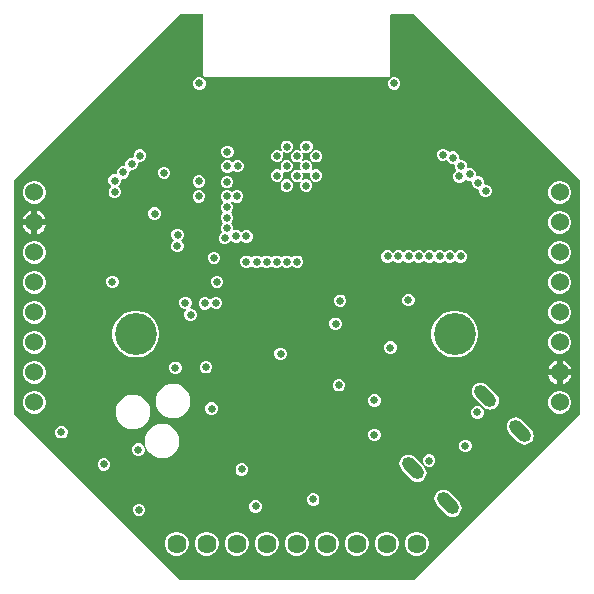
<source format=gbr>
%TF.GenerationSoftware,Altium Limited,Altium Designer,24.10.1 (45)*%
G04 Layer_Physical_Order=3*
G04 Layer_Color=16440176*
%FSLAX45Y45*%
%MOMM*%
%TF.SameCoordinates,EEF0193C-C13F-4000-B0C4-A13F86DA6223*%
%TF.FilePolarity,Positive*%
%TF.FileFunction,Copper,L3,Inr,Signal*%
%TF.Part,Single*%
G01*
G75*
%TA.AperFunction,ComponentPad*%
%ADD40C,1.62001*%
%ADD41C,1.52400*%
%ADD42C,0.64999*%
G04:AMPARAMS|DCode=43|XSize=2.2159mm|YSize=1.10795mm|CornerRadius=0mm|HoleSize=0mm|Usage=FLASHONLY|Rotation=135.000|XOffset=0mm|YOffset=0mm|HoleType=Round|Shape=Round|*
%AMOVALD43*
21,1,1.10795,1.10795,0.00000,0.00000,135.0*
1,1,1.10795,0.39172,-0.39172*
1,1,1.10795,-0.39172,0.39172*
%
%ADD43OVALD43*%

%TA.AperFunction,ViaPad*%
%ADD44C,3.55000*%
%ADD45C,0.66040*%
%ADD46C,0.63500*%
G36*
X4807934Y3404922D02*
Y1421814D01*
X3405665Y19545D01*
X1422557D01*
X20288Y1421814D01*
Y3404922D01*
X1422557Y4807191D01*
X1616207D01*
X1622108Y4800000D01*
Y4295000D01*
X1623660Y4287196D01*
X1628081Y4280581D01*
X1634696Y4276160D01*
X1642500Y4274608D01*
X3182500D01*
X3190303Y4276160D01*
X3196919Y4280581D01*
X3201340Y4287196D01*
X3202892Y4295000D01*
Y4800000D01*
X3208793Y4807191D01*
X3405665D01*
X4807934Y3404922D01*
D02*
G37*
%LPC*%
G36*
X3248046Y4275520D02*
X3226954D01*
X3207467Y4267448D01*
X3192552Y4252533D01*
X3184480Y4233046D01*
Y4211954D01*
X3192552Y4192467D01*
X3207467Y4177552D01*
X3226954Y4169480D01*
X3248046D01*
X3267533Y4177552D01*
X3282448Y4192467D01*
X3290520Y4211954D01*
Y4233046D01*
X3282448Y4252533D01*
X3267533Y4267448D01*
X3248046Y4275520D01*
D02*
G37*
G36*
X1598046D02*
X1576953D01*
X1557467Y4267448D01*
X1542552Y4252533D01*
X1534480Y4233046D01*
Y4211954D01*
X1542552Y4192467D01*
X1557467Y4177552D01*
X1576953Y4169480D01*
X1598046D01*
X1617533Y4177552D01*
X1632448Y4192467D01*
X1640520Y4211954D01*
Y4233046D01*
X1632448Y4252533D01*
X1617533Y4267448D01*
X1598046Y4275520D01*
D02*
G37*
G36*
X2340294Y3739250D02*
X2319706D01*
X2300686Y3731372D01*
X2286128Y3716814D01*
X2278250Y3697794D01*
Y3677206D01*
X2285114Y3660634D01*
X2279289Y3654133D01*
X2276020Y3651700D01*
X2257794Y3659250D01*
X2237206D01*
X2218186Y3651372D01*
X2203628Y3636814D01*
X2195750Y3617794D01*
Y3597206D01*
X2203628Y3578186D01*
X2218186Y3563628D01*
X2237206Y3555750D01*
X2257794D01*
X2276814Y3563628D01*
X2291372Y3578186D01*
X2299250Y3597206D01*
Y3617794D01*
X2292386Y3634366D01*
X2298211Y3640867D01*
X2301480Y3643300D01*
X2319706Y3635750D01*
X2340294D01*
X2359314Y3643628D01*
X2373872Y3658186D01*
X2381750Y3677206D01*
Y3697794D01*
X2373872Y3716814D01*
X2359314Y3731372D01*
X2340294Y3739250D01*
D02*
G37*
G36*
X2505294D02*
X2484706D01*
X2465686Y3731372D01*
X2451128Y3716814D01*
X2443250Y3697794D01*
Y3677206D01*
X2450800Y3658980D01*
X2448367Y3655712D01*
X2441866Y3649886D01*
X2425294Y3656750D01*
X2404706D01*
X2385686Y3648872D01*
X2371128Y3634314D01*
X2363250Y3615294D01*
Y3594706D01*
X2371128Y3575686D01*
X2385686Y3561128D01*
X2404706Y3553250D01*
X2425294D01*
X2441186Y3559833D01*
X2448247Y3549852D01*
X2448556Y3549139D01*
X2440750Y3530294D01*
Y3509706D01*
X2446573Y3495647D01*
X2436853Y3485927D01*
X2422794Y3491750D01*
X2402206D01*
X2383186Y3483872D01*
X2368628Y3469314D01*
X2360750Y3450294D01*
Y3429706D01*
X2368628Y3410686D01*
X2383186Y3396129D01*
X2402206Y3388250D01*
X2422794D01*
X2439366Y3395115D01*
X2445868Y3389288D01*
X2448300Y3386021D01*
X2440750Y3367794D01*
Y3347206D01*
X2448628Y3328186D01*
X2463186Y3313628D01*
X2482206Y3305750D01*
X2502794D01*
X2521814Y3313628D01*
X2536372Y3328186D01*
X2544250Y3347206D01*
Y3367794D01*
X2536372Y3386814D01*
X2521814Y3401372D01*
X2502794Y3409250D01*
X2482206D01*
X2465633Y3402385D01*
X2459132Y3408213D01*
X2456700Y3411479D01*
X2464250Y3429706D01*
Y3450294D01*
X2458426Y3464353D01*
X2468147Y3474074D01*
X2482206Y3468250D01*
X2502794D01*
X2518621Y3474806D01*
X2527995Y3467555D01*
X2528864Y3466349D01*
X2523250Y3452794D01*
Y3432206D01*
X2531128Y3413186D01*
X2545686Y3398628D01*
X2564706Y3390750D01*
X2585294D01*
X2604314Y3398628D01*
X2618872Y3413186D01*
X2626750Y3432206D01*
Y3452794D01*
X2618872Y3471814D01*
X2604314Y3486372D01*
X2585294Y3494250D01*
X2564706D01*
X2548879Y3487694D01*
X2539505Y3494946D01*
X2538636Y3496152D01*
X2544250Y3509706D01*
Y3530294D01*
X2536372Y3549314D01*
X2521814Y3563872D01*
X2502794Y3571750D01*
X2482206D01*
X2466314Y3565167D01*
X2459253Y3575148D01*
X2458944Y3575861D01*
X2466750Y3594706D01*
Y3615294D01*
X2459200Y3633520D01*
X2461633Y3636789D01*
X2468133Y3642615D01*
X2484706Y3635750D01*
X2505294D01*
X2524314Y3643628D01*
X2538871Y3658186D01*
X2546750Y3677206D01*
Y3697794D01*
X2538871Y3716814D01*
X2524314Y3731372D01*
X2505294Y3739250D01*
D02*
G37*
G36*
X1835546Y3695520D02*
X1814454D01*
X1794967Y3687448D01*
X1780052Y3672533D01*
X1771980Y3653046D01*
Y3631954D01*
X1780052Y3612467D01*
X1794967Y3597552D01*
X1814454Y3589480D01*
X1835546D01*
X1855033Y3597552D01*
X1869948Y3612467D01*
X1878020Y3631954D01*
Y3653046D01*
X1869948Y3672533D01*
X1855033Y3687448D01*
X1835546Y3695520D01*
D02*
G37*
G36*
X2587794Y3656750D02*
X2567206D01*
X2548186Y3648872D01*
X2533628Y3634314D01*
X2525750Y3615294D01*
Y3594706D01*
X2533628Y3575686D01*
X2548186Y3561129D01*
X2567206Y3553250D01*
X2587794D01*
X2606814Y3561129D01*
X2621371Y3575686D01*
X2629250Y3594706D01*
Y3615294D01*
X2621371Y3634314D01*
X2606814Y3648872D01*
X2587794Y3656750D01*
D02*
G37*
G36*
X1923046Y3575520D02*
X1901954D01*
X1882467Y3567448D01*
X1867552Y3552533D01*
X1867465Y3552516D01*
X1855033Y3564948D01*
X1835546Y3573020D01*
X1814454D01*
X1794967Y3564948D01*
X1780052Y3550033D01*
X1771980Y3530546D01*
Y3509454D01*
X1780052Y3489967D01*
X1794967Y3475052D01*
X1814454Y3466980D01*
X1835546D01*
X1855033Y3475052D01*
X1869948Y3489967D01*
X1870035Y3489984D01*
X1882467Y3477552D01*
X1901954Y3469480D01*
X1923046D01*
X1942533Y3477552D01*
X1957448Y3492467D01*
X1965520Y3511954D01*
Y3533046D01*
X1957448Y3552533D01*
X1942533Y3567448D01*
X1923046Y3575520D01*
D02*
G37*
G36*
X2337794Y3574250D02*
X2317206D01*
X2298186Y3566372D01*
X2283628Y3551814D01*
X2275750Y3532794D01*
Y3512206D01*
X2281573Y3498147D01*
X2271853Y3488427D01*
X2257794Y3494250D01*
X2237206D01*
X2218186Y3486372D01*
X2203628Y3471814D01*
X2195750Y3452794D01*
Y3432206D01*
X2203628Y3413186D01*
X2218186Y3398628D01*
X2237206Y3390750D01*
X2257794D01*
X2276814Y3398628D01*
X2291372Y3413186D01*
X2299250Y3432206D01*
Y3452794D01*
X2293426Y3466853D01*
X2303147Y3476574D01*
X2317206Y3470750D01*
X2337794D01*
X2356814Y3478629D01*
X2371371Y3493186D01*
X2379250Y3512206D01*
Y3532794D01*
X2371371Y3551814D01*
X2356814Y3566372D01*
X2337794Y3574250D01*
D02*
G37*
G36*
X1300546Y3518020D02*
X1279454D01*
X1259967Y3509948D01*
X1245052Y3495033D01*
X1236980Y3475546D01*
Y3454454D01*
X1245052Y3434967D01*
X1259967Y3420052D01*
X1279454Y3411980D01*
X1300546D01*
X1320033Y3420052D01*
X1334948Y3434967D01*
X1343020Y3454454D01*
Y3475546D01*
X1334948Y3495033D01*
X1320033Y3509948D01*
X1300546Y3518020D01*
D02*
G37*
G36*
X1595546Y3445520D02*
X1574454D01*
X1554967Y3437448D01*
X1540052Y3422533D01*
X1531980Y3403046D01*
Y3381954D01*
X1540052Y3362467D01*
X1554967Y3347552D01*
X1574454Y3339480D01*
X1595546D01*
X1615033Y3347552D01*
X1629948Y3362467D01*
X1638020Y3381954D01*
Y3403046D01*
X1629948Y3422533D01*
X1615033Y3437448D01*
X1595546Y3445520D01*
D02*
G37*
G36*
X1833046Y3440520D02*
X1811954D01*
X1792467Y3432448D01*
X1777552Y3417533D01*
X1769480Y3398046D01*
Y3376954D01*
X1777552Y3357467D01*
X1792467Y3342552D01*
X1811954Y3334480D01*
X1833046D01*
X1852533Y3342552D01*
X1867448Y3357467D01*
X1875520Y3376954D01*
Y3398046D01*
X1867448Y3417533D01*
X1852533Y3432448D01*
X1833046Y3440520D01*
D02*
G37*
G36*
X2337794Y3409250D02*
X2317206D01*
X2298186Y3401372D01*
X2283628Y3386814D01*
X2275750Y3367794D01*
Y3347206D01*
X2283628Y3328186D01*
X2298186Y3313628D01*
X2317206Y3305750D01*
X2337794D01*
X2356814Y3313628D01*
X2371371Y3328186D01*
X2379250Y3347206D01*
Y3367794D01*
X2371371Y3386814D01*
X2356814Y3401372D01*
X2337794Y3409250D01*
D02*
G37*
G36*
X1918046Y3320520D02*
X1896954D01*
X1877467Y3312448D01*
X1865000Y3299981D01*
X1852533Y3312448D01*
X1833046Y3320520D01*
X1811954D01*
X1792467Y3312448D01*
X1777552Y3297533D01*
X1769480Y3278046D01*
Y3256954D01*
X1777552Y3237467D01*
X1785472Y3229547D01*
X1791518Y3221250D01*
X1785472Y3212953D01*
X1777552Y3205033D01*
X1769480Y3185546D01*
Y3164454D01*
X1777552Y3144967D01*
X1784222Y3138297D01*
X1792415Y3130000D01*
X1784222Y3121703D01*
X1777552Y3115033D01*
X1769480Y3095546D01*
Y3074454D01*
X1777552Y3054967D01*
X1784222Y3048297D01*
X1792415Y3040000D01*
X1784222Y3031703D01*
X1777552Y3025033D01*
X1769480Y3005546D01*
Y2984454D01*
X1777552Y2964967D01*
X1776154Y2957940D01*
X1774967Y2957448D01*
X1760052Y2942533D01*
X1751980Y2923046D01*
Y2901954D01*
X1760052Y2882467D01*
X1774967Y2867552D01*
X1794454Y2859480D01*
X1815546D01*
X1835033Y2867552D01*
X1849948Y2882467D01*
X1851308Y2885750D01*
X1866289Y2888730D01*
X1872467Y2882552D01*
X1891954Y2874480D01*
X1913046D01*
X1932533Y2882552D01*
X1945000Y2895019D01*
X1957467Y2882552D01*
X1976954Y2874480D01*
X1998046D01*
X2017533Y2882552D01*
X2032448Y2897467D01*
X2040520Y2916954D01*
Y2938046D01*
X2032448Y2957533D01*
X2017533Y2972448D01*
X1998046Y2980520D01*
X1976954D01*
X1957467Y2972448D01*
X1945000Y2959981D01*
X1932533Y2972448D01*
X1913046Y2980520D01*
X1891954D01*
X1886743Y2978362D01*
X1882623Y2980598D01*
X1875520Y2987460D01*
Y3005546D01*
X1867448Y3025033D01*
X1860778Y3031703D01*
X1852585Y3040000D01*
X1860778Y3048297D01*
X1867448Y3054967D01*
X1875520Y3074454D01*
Y3095546D01*
X1867448Y3115033D01*
X1860778Y3121703D01*
X1852585Y3130000D01*
X1860778Y3138297D01*
X1867448Y3144967D01*
X1875520Y3164454D01*
Y3185546D01*
X1867448Y3205033D01*
X1859528Y3212953D01*
X1859415Y3213109D01*
X1864828Y3227245D01*
X1871380Y3228639D01*
X1877467Y3222552D01*
X1896954Y3214480D01*
X1918046D01*
X1937533Y3222552D01*
X1952448Y3237467D01*
X1960520Y3256954D01*
Y3278046D01*
X1952448Y3297533D01*
X1937533Y3312448D01*
X1918046Y3320520D01*
D02*
G37*
G36*
X3660546Y3670520D02*
X3639454D01*
X3619967Y3662448D01*
X3605052Y3647533D01*
X3596980Y3628046D01*
Y3606954D01*
X3605052Y3587467D01*
X3619967Y3572552D01*
X3639454Y3564480D01*
X3660546D01*
X3675794Y3570796D01*
X3689756Y3565681D01*
X3690052Y3564967D01*
X3704967Y3550052D01*
X3724454Y3541980D01*
X3742592D01*
X3749684Y3535673D01*
X3752638Y3531171D01*
Y3511954D01*
X3760710Y3492467D01*
X3760925Y3492251D01*
X3759452Y3479434D01*
X3745052Y3465033D01*
X3736980Y3445546D01*
Y3424454D01*
X3745052Y3404967D01*
X3759967Y3390052D01*
X3779454Y3381980D01*
X3800546D01*
X3820033Y3390052D01*
X3834948Y3404967D01*
X3835026Y3405154D01*
X3847082Y3407552D01*
X3866569Y3399480D01*
X3884434D01*
X3890142Y3396166D01*
X3895516Y3388987D01*
Y3371954D01*
X3903588Y3352467D01*
X3918503Y3337552D01*
X3937990Y3329480D01*
X3948399D01*
X3959297Y3323153D01*
X3959480Y3317747D01*
Y3301954D01*
X3967552Y3282467D01*
X3982467Y3267552D01*
X4001954Y3259480D01*
X4023046D01*
X4042533Y3267552D01*
X4057448Y3282467D01*
X4065520Y3301954D01*
Y3323046D01*
X4057448Y3342533D01*
X4042533Y3357448D01*
X4023046Y3365520D01*
X4012637D01*
X4001739Y3371847D01*
X4001556Y3377253D01*
Y3393046D01*
X3993484Y3412533D01*
X3978569Y3427448D01*
X3959082Y3435520D01*
X3941216D01*
X3935509Y3438834D01*
X3930135Y3446013D01*
Y3463046D01*
X3922063Y3482533D01*
X3907148Y3497448D01*
X3887661Y3505520D01*
X3869759D01*
X3864090Y3508812D01*
X3858678Y3515998D01*
Y3533046D01*
X3850606Y3552533D01*
X3835691Y3567448D01*
X3816204Y3575520D01*
X3798066D01*
X3790973Y3581827D01*
X3788020Y3586329D01*
Y3605546D01*
X3779948Y3625033D01*
X3765033Y3639948D01*
X3745546Y3648020D01*
X3724454D01*
X3709206Y3641704D01*
X3695244Y3646819D01*
X3694948Y3647533D01*
X3680033Y3662448D01*
X3660546Y3670520D01*
D02*
G37*
G36*
X1095546Y3664056D02*
X1074454D01*
X1054967Y3655984D01*
X1040052Y3641069D01*
X1031980Y3621582D01*
Y3603716D01*
X1028666Y3598009D01*
X1021487Y3592635D01*
X1004454D01*
X984967Y3584563D01*
X970052Y3569648D01*
X961980Y3550161D01*
Y3533066D01*
X955163Y3525401D01*
X950739Y3523020D01*
X931954D01*
X912467Y3514948D01*
X897552Y3500033D01*
X889480Y3480546D01*
Y3463785D01*
X884747Y3456706D01*
X878399Y3453020D01*
X861190D01*
X841703Y3444948D01*
X826789Y3430033D01*
X818717Y3410546D01*
Y3389454D01*
X826789Y3369967D01*
X837590Y3359165D01*
X840673Y3351757D01*
X837900Y3342881D01*
X827552Y3332533D01*
X819480Y3313046D01*
Y3291954D01*
X827552Y3272467D01*
X842467Y3257552D01*
X861954Y3249480D01*
X883046D01*
X902533Y3257552D01*
X917448Y3272467D01*
X925520Y3291954D01*
Y3313046D01*
X917448Y3332533D01*
X906646Y3343335D01*
X903563Y3350743D01*
X906337Y3359619D01*
X916685Y3369967D01*
X924757Y3389454D01*
Y3406215D01*
X929490Y3413294D01*
X935838Y3416980D01*
X953046D01*
X972533Y3425052D01*
X987448Y3439967D01*
X995520Y3459454D01*
Y3476549D01*
X1002337Y3484214D01*
X1006761Y3486595D01*
X1025546D01*
X1045033Y3494667D01*
X1059948Y3509582D01*
X1068020Y3529069D01*
Y3546934D01*
X1071334Y3552642D01*
X1078513Y3558016D01*
X1095546D01*
X1115033Y3566088D01*
X1129948Y3581003D01*
X1138020Y3600490D01*
Y3621582D01*
X1129948Y3641069D01*
X1115033Y3655984D01*
X1095546Y3664056D01*
D02*
G37*
G36*
X1595546Y3320520D02*
X1574454D01*
X1554967Y3312448D01*
X1540052Y3297533D01*
X1531980Y3278046D01*
Y3256954D01*
X1540052Y3237467D01*
X1554967Y3222552D01*
X1574454Y3214480D01*
X1595546D01*
X1615033Y3222552D01*
X1629948Y3237467D01*
X1638020Y3256954D01*
Y3278046D01*
X1629948Y3297533D01*
X1615033Y3312448D01*
X1595546Y3320520D01*
D02*
G37*
G36*
X4652665Y3396700D02*
X4627335D01*
X4602868Y3390144D01*
X4580932Y3377479D01*
X4563021Y3359568D01*
X4550356Y3337632D01*
X4543800Y3313165D01*
Y3287835D01*
X4550356Y3263368D01*
X4563021Y3241432D01*
X4580932Y3223521D01*
X4602868Y3210856D01*
X4627335Y3204300D01*
X4652665D01*
X4677132Y3210856D01*
X4699068Y3223521D01*
X4716979Y3241432D01*
X4729644Y3263368D01*
X4736200Y3287835D01*
Y3313165D01*
X4729644Y3337632D01*
X4716979Y3359568D01*
X4699068Y3377479D01*
X4677132Y3390144D01*
X4652665Y3396700D01*
D02*
G37*
G36*
X202665Y3396200D02*
X177335D01*
X152868Y3389644D01*
X130932Y3376979D01*
X113021Y3359068D01*
X100356Y3337132D01*
X93800Y3312665D01*
Y3287335D01*
X100356Y3262868D01*
X113021Y3240932D01*
X130932Y3223021D01*
X152868Y3210356D01*
X177335Y3203800D01*
X202665D01*
X227132Y3210356D01*
X249068Y3223021D01*
X266979Y3240932D01*
X279644Y3262868D01*
X286200Y3287335D01*
Y3312665D01*
X279644Y3337132D01*
X266979Y3359068D01*
X249068Y3376979D01*
X227132Y3389644D01*
X202665Y3396200D01*
D02*
G37*
G36*
X215400Y3144378D02*
Y3071400D01*
X288378D01*
X284676Y3085216D01*
X271300Y3108384D01*
X252384Y3127300D01*
X229216Y3140676D01*
X215400Y3144378D01*
D02*
G37*
G36*
X164600D02*
X150784Y3140676D01*
X127616Y3127300D01*
X108700Y3108384D01*
X95324Y3085216D01*
X91622Y3071400D01*
X164600D01*
Y3144378D01*
D02*
G37*
G36*
X1220546Y3173020D02*
X1199454D01*
X1179967Y3164948D01*
X1165052Y3150033D01*
X1156980Y3130546D01*
Y3109454D01*
X1165052Y3089967D01*
X1179967Y3075052D01*
X1199454Y3066980D01*
X1220546D01*
X1240033Y3075052D01*
X1254948Y3089967D01*
X1263020Y3109454D01*
Y3130546D01*
X1254948Y3150033D01*
X1240033Y3164948D01*
X1220546Y3173020D01*
D02*
G37*
G36*
X4652665Y3142700D02*
X4627335D01*
X4602868Y3136144D01*
X4580932Y3123479D01*
X4563021Y3105568D01*
X4550356Y3083632D01*
X4543800Y3059165D01*
Y3033835D01*
X4550356Y3009368D01*
X4563021Y2987432D01*
X4580932Y2969521D01*
X4602868Y2956856D01*
X4627335Y2950300D01*
X4652665D01*
X4677132Y2956856D01*
X4699068Y2969521D01*
X4716979Y2987432D01*
X4729644Y3009368D01*
X4736200Y3033835D01*
Y3059165D01*
X4729644Y3083632D01*
X4716979Y3105568D01*
X4699068Y3123479D01*
X4677132Y3136144D01*
X4652665Y3142700D01*
D02*
G37*
G36*
X288378Y3020600D02*
X215400D01*
Y2947622D01*
X229216Y2951324D01*
X252384Y2964700D01*
X271300Y2983616D01*
X284676Y3006784D01*
X288378Y3020600D01*
D02*
G37*
G36*
X164600D02*
X91622D01*
X95324Y3006784D01*
X108700Y2983616D01*
X127616Y2964700D01*
X150784Y2951324D01*
X164600Y2947622D01*
Y3020600D01*
D02*
G37*
G36*
X1415546Y2993020D02*
X1394454D01*
X1374967Y2984948D01*
X1360052Y2970033D01*
X1351980Y2950546D01*
Y2929454D01*
X1360052Y2909967D01*
X1368123Y2901895D01*
X1372061Y2891064D01*
X1367972Y2885453D01*
X1357552Y2875033D01*
X1349480Y2855546D01*
Y2834454D01*
X1357552Y2814967D01*
X1372467Y2800052D01*
X1391954Y2791980D01*
X1413046D01*
X1432533Y2800052D01*
X1447448Y2814967D01*
X1455520Y2834454D01*
Y2855546D01*
X1447448Y2875033D01*
X1439377Y2883104D01*
X1435439Y2893936D01*
X1439528Y2899547D01*
X1449948Y2909967D01*
X1458020Y2929454D01*
Y2950546D01*
X1449948Y2970033D01*
X1435033Y2984948D01*
X1415546Y2993020D01*
D02*
G37*
G36*
X3810546Y2810520D02*
X3789454D01*
X3769967Y2802448D01*
X3763297Y2795778D01*
X3755000Y2787585D01*
X3746703Y2795778D01*
X3740033Y2802448D01*
X3720546Y2810520D01*
X3699454D01*
X3679967Y2802448D01*
X3666250Y2788731D01*
X3652533Y2802448D01*
X3633046Y2810520D01*
X3611953D01*
X3592467Y2802448D01*
X3578750Y2788731D01*
X3565033Y2802448D01*
X3545546Y2810520D01*
X3524453D01*
X3504967Y2802448D01*
X3491250Y2788731D01*
X3477533Y2802448D01*
X3458046Y2810520D01*
X3436954D01*
X3417467Y2802448D01*
X3403750Y2788731D01*
X3390033Y2802448D01*
X3370546Y2810520D01*
X3349454D01*
X3329967Y2802448D01*
X3316250Y2788731D01*
X3302533Y2802448D01*
X3283046Y2810520D01*
X3261954D01*
X3242467Y2802448D01*
X3235797Y2795778D01*
X3227500Y2787585D01*
X3219203Y2795778D01*
X3212533Y2802448D01*
X3193046Y2810520D01*
X3171954D01*
X3152467Y2802448D01*
X3137552Y2787533D01*
X3129480Y2768046D01*
Y2746954D01*
X3137552Y2727467D01*
X3152467Y2712552D01*
X3171954Y2704480D01*
X3193046D01*
X3212533Y2712552D01*
X3219203Y2719222D01*
X3227500Y2727415D01*
X3235797Y2719222D01*
X3242467Y2712552D01*
X3261954Y2704480D01*
X3283046D01*
X3302533Y2712552D01*
X3316250Y2726269D01*
X3329967Y2712552D01*
X3349454Y2704480D01*
X3370546D01*
X3390033Y2712552D01*
X3403750Y2726269D01*
X3417467Y2712552D01*
X3436954Y2704480D01*
X3458046D01*
X3477533Y2712552D01*
X3491250Y2726269D01*
X3504967Y2712552D01*
X3524453Y2704480D01*
X3545546D01*
X3565033Y2712552D01*
X3578750Y2726269D01*
X3592467Y2712552D01*
X3611953Y2704480D01*
X3633046D01*
X3652533Y2712552D01*
X3666250Y2726269D01*
X3679967Y2712552D01*
X3699454Y2704480D01*
X3720546D01*
X3740033Y2712552D01*
X3746703Y2719222D01*
X3755000Y2727415D01*
X3763297Y2719222D01*
X3769967Y2712552D01*
X3789454Y2704480D01*
X3810546D01*
X3830033Y2712552D01*
X3844948Y2727467D01*
X3853020Y2746954D01*
Y2768046D01*
X3844948Y2787533D01*
X3830033Y2802448D01*
X3810546Y2810520D01*
D02*
G37*
G36*
X2425546Y2765520D02*
X2404454D01*
X2384967Y2757448D01*
X2372500Y2744981D01*
X2360033Y2757448D01*
X2340546Y2765520D01*
X2319454D01*
X2299967Y2757448D01*
X2286250Y2743731D01*
X2272533Y2757448D01*
X2253046Y2765520D01*
X2231954D01*
X2212467Y2757448D01*
X2200000Y2744981D01*
X2187533Y2757448D01*
X2168046Y2765520D01*
X2146954D01*
X2127467Y2757448D01*
X2115000Y2744982D01*
X2102533Y2757448D01*
X2083046Y2765520D01*
X2061954D01*
X2042467Y2757448D01*
X2030000Y2744981D01*
X2017533Y2757448D01*
X1998046Y2765520D01*
X1976954D01*
X1957467Y2757448D01*
X1942552Y2742533D01*
X1934480Y2723046D01*
Y2701954D01*
X1942552Y2682467D01*
X1957467Y2667552D01*
X1976954Y2659480D01*
X1998046D01*
X2017533Y2667552D01*
X2030000Y2680019D01*
X2042467Y2667552D01*
X2061954Y2659480D01*
X2083046D01*
X2102533Y2667552D01*
X2115000Y2680019D01*
X2127467Y2667552D01*
X2146954Y2659480D01*
X2168046D01*
X2187533Y2667552D01*
X2200000Y2680019D01*
X2212467Y2667552D01*
X2231954Y2659480D01*
X2253046D01*
X2272533Y2667552D01*
X2286250Y2681269D01*
X2299967Y2667552D01*
X2319454Y2659480D01*
X2340546D01*
X2360033Y2667552D01*
X2372500Y2680019D01*
X2384967Y2667552D01*
X2404454Y2659480D01*
X2425546D01*
X2445033Y2667552D01*
X2459948Y2682467D01*
X2468020Y2701954D01*
Y2723046D01*
X2459948Y2742533D01*
X2445033Y2757448D01*
X2425546Y2765520D01*
D02*
G37*
G36*
X4652665Y2888700D02*
X4627335D01*
X4602868Y2882144D01*
X4580932Y2869479D01*
X4563021Y2851568D01*
X4550356Y2829632D01*
X4543800Y2805165D01*
Y2779835D01*
X4550356Y2755368D01*
X4563021Y2733432D01*
X4580932Y2715521D01*
X4602868Y2702856D01*
X4627335Y2696300D01*
X4652665D01*
X4677132Y2702856D01*
X4699068Y2715521D01*
X4716979Y2733432D01*
X4729644Y2755368D01*
X4736200Y2779835D01*
Y2805165D01*
X4729644Y2829632D01*
X4716979Y2851568D01*
X4699068Y2869479D01*
X4677132Y2882144D01*
X4652665Y2888700D01*
D02*
G37*
G36*
X202665Y2888200D02*
X177335D01*
X152868Y2881644D01*
X130932Y2868979D01*
X113021Y2851068D01*
X100356Y2829132D01*
X93800Y2804665D01*
Y2779335D01*
X100356Y2754868D01*
X113021Y2732932D01*
X130932Y2715021D01*
X152868Y2702356D01*
X177335Y2695800D01*
X202665D01*
X227132Y2702356D01*
X249068Y2715021D01*
X266979Y2732932D01*
X279644Y2754868D01*
X286200Y2779335D01*
Y2804665D01*
X279644Y2829132D01*
X266979Y2851068D01*
X249068Y2868979D01*
X227132Y2881644D01*
X202665Y2888200D01*
D02*
G37*
G36*
X1723046Y2798020D02*
X1701954D01*
X1682467Y2789948D01*
X1667552Y2775033D01*
X1659480Y2755546D01*
Y2734454D01*
X1667552Y2714967D01*
X1682467Y2700052D01*
X1701954Y2691980D01*
X1723046D01*
X1742533Y2700052D01*
X1757448Y2714967D01*
X1765520Y2734454D01*
Y2755546D01*
X1757448Y2775033D01*
X1742533Y2789948D01*
X1723046Y2798020D01*
D02*
G37*
G36*
X1748046Y2595520D02*
X1726954D01*
X1707467Y2587448D01*
X1692552Y2572533D01*
X1684480Y2553046D01*
Y2531954D01*
X1692552Y2512467D01*
X1707467Y2497552D01*
X1726954Y2489480D01*
X1748046D01*
X1767533Y2497552D01*
X1782448Y2512467D01*
X1790520Y2531954D01*
Y2553046D01*
X1782448Y2572533D01*
X1767533Y2587448D01*
X1748046Y2595520D01*
D02*
G37*
G36*
X863046D02*
X841954D01*
X822467Y2587448D01*
X807552Y2572533D01*
X799480Y2553046D01*
Y2531954D01*
X807552Y2512467D01*
X822467Y2497552D01*
X841954Y2489480D01*
X863046D01*
X882533Y2497552D01*
X897448Y2512467D01*
X905520Y2531954D01*
Y2553046D01*
X897448Y2572533D01*
X882533Y2587448D01*
X863046Y2595520D01*
D02*
G37*
G36*
X4652665Y2634700D02*
X4627335D01*
X4602868Y2628144D01*
X4580932Y2615479D01*
X4563021Y2597568D01*
X4550356Y2575632D01*
X4543800Y2551165D01*
Y2525835D01*
X4550356Y2501368D01*
X4563021Y2479432D01*
X4580932Y2461521D01*
X4602868Y2448856D01*
X4627335Y2442300D01*
X4652665D01*
X4677132Y2448856D01*
X4699068Y2461521D01*
X4716979Y2479432D01*
X4729644Y2501368D01*
X4736200Y2525835D01*
Y2551165D01*
X4729644Y2575632D01*
X4716979Y2597568D01*
X4699068Y2615479D01*
X4677132Y2628144D01*
X4652665Y2634700D01*
D02*
G37*
G36*
X202665Y2634200D02*
X177335D01*
X152868Y2627644D01*
X130932Y2614979D01*
X113021Y2597068D01*
X100356Y2575132D01*
X93800Y2550665D01*
Y2525335D01*
X100356Y2500868D01*
X113021Y2478932D01*
X130932Y2461021D01*
X152868Y2448356D01*
X177335Y2441800D01*
X202665D01*
X227132Y2448356D01*
X249068Y2461021D01*
X266979Y2478932D01*
X279644Y2500868D01*
X286200Y2525335D01*
Y2550665D01*
X279644Y2575132D01*
X266979Y2597068D01*
X249068Y2614979D01*
X227132Y2627644D01*
X202665Y2634200D01*
D02*
G37*
G36*
X1740546Y2418020D02*
X1719454D01*
X1699967Y2409948D01*
X1688297Y2398278D01*
X1685018Y2395040D01*
X1672372Y2397609D01*
X1665033Y2404948D01*
X1645546Y2413020D01*
X1624453D01*
X1604967Y2404948D01*
X1590052Y2390033D01*
X1581980Y2370546D01*
Y2349454D01*
X1590052Y2329967D01*
X1604967Y2315052D01*
X1624453Y2306980D01*
X1645546D01*
X1665033Y2315052D01*
X1676703Y2326722D01*
X1679982Y2329960D01*
X1692628Y2327391D01*
X1699967Y2320052D01*
X1719454Y2311980D01*
X1740546D01*
X1760033Y2320052D01*
X1774948Y2334967D01*
X1783020Y2354454D01*
Y2375546D01*
X1774948Y2395033D01*
X1760033Y2409948D01*
X1740546Y2418020D01*
D02*
G37*
G36*
X3368046Y2440520D02*
X3346954D01*
X3327467Y2432448D01*
X3312552Y2417533D01*
X3304480Y2398046D01*
Y2376954D01*
X3312552Y2357467D01*
X3327467Y2342552D01*
X3346954Y2334480D01*
X3368046D01*
X3387533Y2342552D01*
X3402448Y2357467D01*
X3410520Y2376954D01*
Y2398046D01*
X3402448Y2417533D01*
X3387533Y2432448D01*
X3368046Y2440520D01*
D02*
G37*
G36*
X2790546Y2435520D02*
X2769454D01*
X2749967Y2427448D01*
X2735052Y2412533D01*
X2726980Y2393046D01*
Y2371954D01*
X2735052Y2352467D01*
X2749967Y2337552D01*
X2769454Y2329480D01*
X2790546D01*
X2810033Y2337552D01*
X2824948Y2352467D01*
X2833020Y2371954D01*
Y2393046D01*
X2824948Y2412533D01*
X2810033Y2427448D01*
X2790546Y2435520D01*
D02*
G37*
G36*
X1480546Y2418020D02*
X1459454D01*
X1439967Y2409948D01*
X1425052Y2395033D01*
X1416980Y2375546D01*
Y2354454D01*
X1425052Y2334967D01*
X1439967Y2320052D01*
X1459454Y2311980D01*
X1471538D01*
X1476799Y2299280D01*
X1470052Y2292533D01*
X1461980Y2273046D01*
Y2251954D01*
X1470052Y2232467D01*
X1484967Y2217552D01*
X1504454Y2209480D01*
X1525546D01*
X1545033Y2217552D01*
X1559948Y2232467D01*
X1568020Y2251954D01*
Y2273046D01*
X1559948Y2292533D01*
X1545033Y2307448D01*
X1525546Y2315520D01*
X1513462D01*
X1508201Y2328220D01*
X1514948Y2334967D01*
X1523020Y2354454D01*
Y2375546D01*
X1514948Y2395033D01*
X1500033Y2409948D01*
X1480546Y2418020D01*
D02*
G37*
G36*
X4652665Y2380700D02*
X4627335D01*
X4602868Y2374144D01*
X4580932Y2361479D01*
X4563021Y2343568D01*
X4550356Y2321632D01*
X4543800Y2297165D01*
Y2271835D01*
X4550356Y2247368D01*
X4563021Y2225432D01*
X4580932Y2207521D01*
X4602868Y2194856D01*
X4627335Y2188300D01*
X4652665D01*
X4677132Y2194856D01*
X4699068Y2207521D01*
X4716979Y2225432D01*
X4729644Y2247368D01*
X4736200Y2271835D01*
Y2297165D01*
X4729644Y2321632D01*
X4716979Y2343568D01*
X4699068Y2361479D01*
X4677132Y2374144D01*
X4652665Y2380700D01*
D02*
G37*
G36*
X202665Y2380200D02*
X177335D01*
X152868Y2373644D01*
X130932Y2360979D01*
X113021Y2343068D01*
X100356Y2321132D01*
X93800Y2296665D01*
Y2271335D01*
X100356Y2246868D01*
X113021Y2224932D01*
X130932Y2207021D01*
X152868Y2194356D01*
X177335Y2187800D01*
X202665D01*
X227132Y2194356D01*
X249068Y2207021D01*
X266979Y2224932D01*
X279644Y2246868D01*
X286200Y2271335D01*
Y2296665D01*
X279644Y2321132D01*
X266979Y2343068D01*
X249068Y2360979D01*
X227132Y2373644D01*
X202665Y2380200D01*
D02*
G37*
G36*
X2753046Y2240520D02*
X2731954D01*
X2712467Y2232448D01*
X2697552Y2217533D01*
X2689480Y2198046D01*
Y2176954D01*
X2697552Y2157467D01*
X2712467Y2142552D01*
X2731954Y2134480D01*
X2753046D01*
X2772533Y2142552D01*
X2787448Y2157467D01*
X2795520Y2176954D01*
Y2198046D01*
X2787448Y2217533D01*
X2772533Y2232448D01*
X2753046Y2240520D01*
D02*
G37*
G36*
X4652665Y2126700D02*
X4627335D01*
X4602868Y2120144D01*
X4580932Y2107479D01*
X4563021Y2089568D01*
X4550356Y2067632D01*
X4543800Y2043165D01*
Y2017835D01*
X4550356Y1993368D01*
X4563021Y1971432D01*
X4580932Y1953521D01*
X4602868Y1940856D01*
X4627335Y1934300D01*
X4652665D01*
X4677132Y1940856D01*
X4699068Y1953521D01*
X4716979Y1971432D01*
X4729644Y1993368D01*
X4736200Y2017835D01*
Y2043165D01*
X4729644Y2067632D01*
X4716979Y2089568D01*
X4699068Y2107479D01*
X4677132Y2120144D01*
X4652665Y2126700D01*
D02*
G37*
G36*
X202665Y2126200D02*
X177335D01*
X152868Y2119644D01*
X130932Y2106979D01*
X113021Y2089068D01*
X100356Y2067132D01*
X93800Y2042665D01*
Y2017335D01*
X100356Y1992868D01*
X113021Y1970932D01*
X130932Y1953021D01*
X152868Y1940356D01*
X177335Y1933800D01*
X202665D01*
X227132Y1940356D01*
X249068Y1953021D01*
X266979Y1970932D01*
X279644Y1992868D01*
X286200Y2017335D01*
Y2042665D01*
X279644Y2067132D01*
X266979Y2089068D01*
X249068Y2106979D01*
X227132Y2119644D01*
X202665Y2126200D01*
D02*
G37*
G36*
X3215547Y2038020D02*
X3194454D01*
X3174967Y2029948D01*
X3160052Y2015033D01*
X3151980Y1995546D01*
Y1974454D01*
X3160052Y1954967D01*
X3174967Y1940052D01*
X3194454Y1931980D01*
X3215547D01*
X3235033Y1940052D01*
X3249948Y1954967D01*
X3258020Y1974454D01*
Y1995546D01*
X3249948Y2015033D01*
X3235033Y2029948D01*
X3215547Y2038020D01*
D02*
G37*
G36*
X3769452Y2297500D02*
X3730548D01*
X3692391Y2289910D01*
X3656449Y2275022D01*
X3624101Y2253408D01*
X3596592Y2225899D01*
X3574978Y2193551D01*
X3560090Y2157609D01*
X3552500Y2119452D01*
Y2080548D01*
X3560090Y2042391D01*
X3574978Y2006449D01*
X3596592Y1974101D01*
X3624101Y1946592D01*
X3656449Y1924978D01*
X3692391Y1910090D01*
X3730548Y1902500D01*
X3769452D01*
X3807609Y1910090D01*
X3843551Y1924978D01*
X3875899Y1946592D01*
X3903408Y1974101D01*
X3925022Y2006449D01*
X3939910Y2042391D01*
X3947500Y2080548D01*
Y2119452D01*
X3939910Y2157609D01*
X3925022Y2193551D01*
X3903408Y2225899D01*
X3875899Y2253408D01*
X3843551Y2275022D01*
X3807609Y2289910D01*
X3769452Y2297500D01*
D02*
G37*
G36*
X1069452D02*
X1030548D01*
X992391Y2289910D01*
X956449Y2275022D01*
X924101Y2253408D01*
X896592Y2225899D01*
X874978Y2193551D01*
X860090Y2157609D01*
X852500Y2119452D01*
Y2080548D01*
X860090Y2042391D01*
X874978Y2006449D01*
X896592Y1974101D01*
X924101Y1946592D01*
X956449Y1924978D01*
X992391Y1910090D01*
X1030548Y1902500D01*
X1069452D01*
X1107609Y1910090D01*
X1143551Y1924978D01*
X1175899Y1946592D01*
X1203408Y1974101D01*
X1225022Y2006449D01*
X1239910Y2042391D01*
X1247500Y2080548D01*
Y2119452D01*
X1239910Y2157609D01*
X1225022Y2193551D01*
X1203408Y2225899D01*
X1175899Y2253408D01*
X1143551Y2275022D01*
X1107609Y2289910D01*
X1069452Y2297500D01*
D02*
G37*
G36*
X2288046Y1985520D02*
X2266954D01*
X2247467Y1977448D01*
X2232552Y1962534D01*
X2224480Y1943047D01*
Y1921954D01*
X2232552Y1902467D01*
X2247467Y1887552D01*
X2266954Y1879480D01*
X2288046D01*
X2307533Y1887552D01*
X2322448Y1902467D01*
X2330520Y1921954D01*
Y1943047D01*
X2322448Y1962534D01*
X2307533Y1977448D01*
X2288046Y1985520D01*
D02*
G37*
G36*
X4665400Y1874878D02*
Y1801900D01*
X4738378D01*
X4734676Y1815716D01*
X4721300Y1838884D01*
X4702384Y1857800D01*
X4679216Y1871176D01*
X4665400Y1874878D01*
D02*
G37*
G36*
X4614600Y1874878D02*
X4600784Y1871176D01*
X4577616Y1857800D01*
X4558700Y1838884D01*
X4545324Y1815716D01*
X4541622Y1801900D01*
X4614600D01*
Y1874878D01*
D02*
G37*
G36*
X1655546Y1873020D02*
X1634454D01*
X1614967Y1864948D01*
X1600052Y1850033D01*
X1591980Y1830546D01*
Y1809454D01*
X1600052Y1789967D01*
X1614967Y1775052D01*
X1634454Y1766980D01*
X1655546D01*
X1675033Y1775052D01*
X1689948Y1789967D01*
X1698020Y1809454D01*
Y1830546D01*
X1689948Y1850033D01*
X1675033Y1864948D01*
X1655546Y1873020D01*
D02*
G37*
G36*
X1395546Y1868020D02*
X1374454D01*
X1354967Y1859948D01*
X1340052Y1845033D01*
X1331980Y1825546D01*
Y1804454D01*
X1340052Y1784967D01*
X1354967Y1770052D01*
X1374454Y1761980D01*
X1395546D01*
X1415033Y1770052D01*
X1429948Y1784967D01*
X1438020Y1804454D01*
Y1825546D01*
X1429948Y1845033D01*
X1415033Y1859948D01*
X1395546Y1868020D01*
D02*
G37*
G36*
X202665Y1872200D02*
X177335D01*
X152868Y1865644D01*
X130932Y1852979D01*
X113021Y1835068D01*
X100356Y1813132D01*
X93800Y1788665D01*
Y1763335D01*
X100356Y1738868D01*
X113021Y1716932D01*
X130932Y1699021D01*
X152868Y1686356D01*
X177335Y1679800D01*
X202665D01*
X227132Y1686356D01*
X249068Y1699021D01*
X266979Y1716932D01*
X279644Y1738868D01*
X286200Y1763335D01*
Y1788665D01*
X279644Y1813132D01*
X266979Y1835068D01*
X249068Y1852979D01*
X227132Y1865644D01*
X202665Y1872200D01*
D02*
G37*
G36*
X4614600Y1751100D02*
X4541622D01*
X4545324Y1737284D01*
X4558700Y1714116D01*
X4577616Y1695200D01*
X4600784Y1681824D01*
X4614600Y1678122D01*
Y1751100D01*
D02*
G37*
G36*
X4738378D02*
X4665400D01*
Y1678122D01*
X4679216Y1681824D01*
X4702384Y1695200D01*
X4721300Y1714116D01*
X4734676Y1737284D01*
X4738378Y1751100D01*
D02*
G37*
G36*
X2780546Y1720520D02*
X2759454D01*
X2739967Y1712448D01*
X2725052Y1697533D01*
X2716980Y1678046D01*
Y1656954D01*
X2725052Y1637467D01*
X2739967Y1622552D01*
X2759454Y1614480D01*
X2780546D01*
X2800033Y1622552D01*
X2814948Y1637467D01*
X2823020Y1656954D01*
Y1678046D01*
X2814948Y1697533D01*
X2800033Y1712448D01*
X2780546Y1720520D01*
D02*
G37*
G36*
X3080546Y1593020D02*
X3059454D01*
X3039967Y1584948D01*
X3025052Y1570033D01*
X3016980Y1550546D01*
Y1529454D01*
X3025052Y1509967D01*
X3039967Y1495052D01*
X3059454Y1486980D01*
X3080546D01*
X3100033Y1495052D01*
X3114948Y1509967D01*
X3123020Y1529454D01*
Y1550546D01*
X3114948Y1570033D01*
X3100033Y1584948D01*
X3080546Y1593020D01*
D02*
G37*
G36*
X3969636Y1690203D02*
X3949954Y1687612D01*
X3931613Y1680014D01*
X3915863Y1667929D01*
X3903777Y1652179D01*
X3896180Y1633837D01*
X3893589Y1614155D01*
X3896180Y1594472D01*
X3903777Y1576131D01*
X3915863Y1560381D01*
X3994206Y1482037D01*
X4009956Y1469952D01*
X4028298Y1462355D01*
X4047980Y1459764D01*
X4067663Y1462354D01*
X4086004Y1469952D01*
X4101754Y1482037D01*
X4113840Y1497787D01*
X4121437Y1516129D01*
X4124028Y1535811D01*
X4121437Y1555494D01*
X4113840Y1573835D01*
X4101754Y1589585D01*
X4023410Y1667929D01*
X4007660Y1680014D01*
X3989319Y1687612D01*
X3969636Y1690203D01*
D02*
G37*
G36*
X4652665Y1618700D02*
X4627335D01*
X4602868Y1612144D01*
X4580932Y1599479D01*
X4563021Y1581568D01*
X4550356Y1559632D01*
X4543800Y1535165D01*
Y1509835D01*
X4550356Y1485368D01*
X4563021Y1463432D01*
X4580932Y1445521D01*
X4602868Y1432856D01*
X4627335Y1426300D01*
X4652665D01*
X4677132Y1432856D01*
X4699068Y1445521D01*
X4716979Y1463432D01*
X4729644Y1485368D01*
X4736200Y1509835D01*
Y1535165D01*
X4729644Y1559632D01*
X4716979Y1581568D01*
X4699068Y1599479D01*
X4677132Y1612144D01*
X4652665Y1618700D01*
D02*
G37*
G36*
X202665Y1618200D02*
X177335D01*
X152868Y1611644D01*
X130932Y1598979D01*
X113021Y1581068D01*
X100356Y1559132D01*
X93800Y1534665D01*
Y1509335D01*
X100356Y1484869D01*
X113021Y1462932D01*
X130932Y1445021D01*
X152868Y1432356D01*
X177335Y1425800D01*
X202665D01*
X227132Y1432356D01*
X249068Y1445021D01*
X266979Y1462932D01*
X279644Y1484869D01*
X286200Y1509335D01*
Y1534665D01*
X279644Y1559132D01*
X266979Y1581068D01*
X249068Y1598979D01*
X227132Y1611644D01*
X202665Y1618200D01*
D02*
G37*
G36*
X1703046Y1523020D02*
X1681954D01*
X1662467Y1514948D01*
X1647552Y1500033D01*
X1639480Y1480546D01*
Y1459454D01*
X1647552Y1439967D01*
X1662467Y1425052D01*
X1681954Y1416980D01*
X1703046D01*
X1722533Y1425052D01*
X1737448Y1439967D01*
X1745520Y1459454D01*
Y1480546D01*
X1737448Y1500033D01*
X1722533Y1514948D01*
X1703046Y1523020D01*
D02*
G37*
G36*
X1365555Y1679661D02*
X1327702Y1674678D01*
X1292429Y1660068D01*
X1262139Y1636826D01*
X1238897Y1606536D01*
X1224287Y1571263D01*
X1219304Y1533410D01*
X1224287Y1495558D01*
X1238897Y1460285D01*
X1262139Y1429995D01*
X1292429Y1406753D01*
X1327702Y1392143D01*
X1365555Y1387160D01*
X1403407Y1392143D01*
X1438680Y1406753D01*
X1468970Y1429995D01*
X1492212Y1460285D01*
X1506822Y1495558D01*
X1511805Y1533410D01*
X1506822Y1571263D01*
X1492212Y1606536D01*
X1468970Y1636826D01*
X1438680Y1660068D01*
X1403407Y1674678D01*
X1365555Y1679661D01*
D02*
G37*
G36*
X3952132Y1490243D02*
X3931246D01*
X3911951Y1482251D01*
X3897182Y1467482D01*
X3889190Y1448187D01*
Y1427301D01*
X3897182Y1408005D01*
X3911951Y1393237D01*
X3931246Y1385245D01*
X3952132D01*
X3971428Y1393237D01*
X3986196Y1408005D01*
X3994188Y1427301D01*
Y1448187D01*
X3986196Y1467482D01*
X3971428Y1482251D01*
X3952132Y1490243D01*
D02*
G37*
G36*
X1026143Y1587737D02*
X988290Y1582754D01*
X953018Y1568144D01*
X922728Y1544902D01*
X899486Y1514612D01*
X884876Y1479339D01*
X879892Y1441487D01*
X884876Y1403634D01*
X899486Y1368361D01*
X922728Y1338071D01*
X953018Y1314829D01*
X988290Y1300219D01*
X1026143Y1295236D01*
X1063996Y1300219D01*
X1099268Y1314829D01*
X1129558Y1338071D01*
X1152800Y1368361D01*
X1167410Y1403634D01*
X1172394Y1441487D01*
X1167410Y1479339D01*
X1152800Y1514612D01*
X1129558Y1544902D01*
X1099268Y1568144D01*
X1063996Y1582754D01*
X1026143Y1587737D01*
D02*
G37*
G36*
X430546Y1322751D02*
X409454D01*
X389967Y1314679D01*
X375052Y1299764D01*
X366980Y1280277D01*
Y1259185D01*
X375052Y1239698D01*
X389967Y1224783D01*
X409454Y1216711D01*
X430546D01*
X450033Y1224783D01*
X464948Y1239698D01*
X473020Y1259185D01*
Y1280277D01*
X464948Y1299764D01*
X450033Y1314679D01*
X430546Y1322751D01*
D02*
G37*
G36*
X3080546Y1300520D02*
X3059454D01*
X3039967Y1292448D01*
X3025052Y1277533D01*
X3016980Y1258047D01*
Y1236954D01*
X3025052Y1217467D01*
X3039967Y1202552D01*
X3059454Y1194480D01*
X3080546D01*
X3100033Y1202552D01*
X3114948Y1217467D01*
X3123020Y1236954D01*
Y1258047D01*
X3114948Y1277533D01*
X3100033Y1292448D01*
X3080546Y1300520D01*
D02*
G37*
G36*
X4265212Y1394626D02*
X4245530Y1392036D01*
X4227189Y1384438D01*
X4211439Y1372353D01*
X4199353Y1356603D01*
X4191756Y1338261D01*
X4189165Y1318579D01*
X4191756Y1298896D01*
X4199353Y1280555D01*
X4211439Y1264805D01*
X4289782Y1186461D01*
X4305532Y1174376D01*
X4323874Y1166778D01*
X4343556Y1164187D01*
X4363239Y1166778D01*
X4381580Y1174376D01*
X4397330Y1186461D01*
X4409416Y1202211D01*
X4417013Y1220553D01*
X4419604Y1240235D01*
X4417013Y1259917D01*
X4409416Y1278259D01*
X4397330Y1294009D01*
X4318986Y1372353D01*
X4303236Y1384438D01*
X4284895Y1392036D01*
X4265212Y1394626D01*
D02*
G37*
G36*
X3850546Y1205520D02*
X3829454D01*
X3809967Y1197448D01*
X3795052Y1182533D01*
X3786980Y1163046D01*
Y1141954D01*
X3795052Y1122467D01*
X3809967Y1107552D01*
X3829454Y1099480D01*
X3850546D01*
X3870033Y1107552D01*
X3884948Y1122467D01*
X3893020Y1141954D01*
Y1163046D01*
X3884948Y1182533D01*
X3870033Y1197448D01*
X3850546Y1205520D01*
D02*
G37*
G36*
X1083046Y1174098D02*
X1061954D01*
X1042467Y1166027D01*
X1027552Y1151112D01*
X1019480Y1131625D01*
Y1110532D01*
X1027552Y1091045D01*
X1042467Y1076130D01*
X1061954Y1068059D01*
X1083046D01*
X1102533Y1076130D01*
X1117448Y1091045D01*
X1125520Y1110532D01*
Y1131625D01*
X1117448Y1151112D01*
X1102533Y1166027D01*
X1083046Y1174098D01*
D02*
G37*
G36*
X1273630Y1340250D02*
X1235778Y1335267D01*
X1200505Y1320656D01*
X1170215Y1297414D01*
X1146973Y1267125D01*
X1132363Y1231852D01*
X1127380Y1193999D01*
X1132363Y1156147D01*
X1146973Y1120874D01*
X1170215Y1090584D01*
X1200505Y1067342D01*
X1235778Y1052732D01*
X1273630Y1047748D01*
X1311483Y1052732D01*
X1346756Y1067342D01*
X1377046Y1090584D01*
X1400288Y1120874D01*
X1414898Y1156147D01*
X1419881Y1193999D01*
X1414898Y1231852D01*
X1400288Y1267125D01*
X1377046Y1297414D01*
X1346756Y1320656D01*
X1311483Y1335267D01*
X1273630Y1340250D01*
D02*
G37*
G36*
X3543778Y1081889D02*
X3522892D01*
X3503596Y1073896D01*
X3488828Y1059128D01*
X3480836Y1039832D01*
Y1018947D01*
X3488828Y999651D01*
X3503596Y984883D01*
X3522892Y976891D01*
X3543778D01*
X3563074Y984883D01*
X3577842Y999651D01*
X3585834Y1018947D01*
Y1039832D01*
X3577842Y1059128D01*
X3563074Y1073896D01*
X3543778Y1081889D01*
D02*
G37*
G36*
X790546Y1050520D02*
X769453D01*
X749966Y1042448D01*
X735052Y1027533D01*
X726980Y1008046D01*
Y986954D01*
X735052Y967467D01*
X749966Y952552D01*
X769453Y944480D01*
X790546D01*
X810033Y952552D01*
X824948Y967467D01*
X833020Y986954D01*
Y1008046D01*
X824948Y1027533D01*
X810033Y1042448D01*
X790546Y1050520D01*
D02*
G37*
G36*
X1958046Y1008020D02*
X1936954D01*
X1917467Y999948D01*
X1902552Y985033D01*
X1894480Y965546D01*
Y944454D01*
X1902552Y924967D01*
X1917467Y910052D01*
X1936954Y901980D01*
X1958046D01*
X1977533Y910052D01*
X1992448Y924967D01*
X2000520Y944454D01*
Y965546D01*
X1992448Y985033D01*
X1977533Y999948D01*
X1958046Y1008020D01*
D02*
G37*
G36*
X3358692Y1079258D02*
X3339009Y1076667D01*
X3320668Y1069069D01*
X3304918Y1056984D01*
X3292832Y1041234D01*
X3285235Y1022893D01*
X3282644Y1003210D01*
X3285235Y983528D01*
X3292832Y965186D01*
X3304918Y949436D01*
X3383261Y871092D01*
X3399011Y859007D01*
X3417353Y851410D01*
X3437035Y848819D01*
X3456718Y851410D01*
X3475059Y859007D01*
X3490809Y871092D01*
X3502895Y886843D01*
X3510492Y905184D01*
X3513083Y924866D01*
X3510492Y944549D01*
X3502895Y962890D01*
X3490809Y978640D01*
X3412465Y1056984D01*
X3396715Y1069069D01*
X3378374Y1076667D01*
X3358692Y1079258D01*
D02*
G37*
G36*
X2563046Y753020D02*
X2541954D01*
X2522467Y744948D01*
X2507552Y730033D01*
X2499480Y710546D01*
Y689454D01*
X2507552Y669967D01*
X2522467Y655052D01*
X2541954Y646980D01*
X2563046D01*
X2582533Y655052D01*
X2597448Y669967D01*
X2605520Y689454D01*
Y710546D01*
X2597448Y730033D01*
X2582533Y744948D01*
X2563046Y753020D01*
D02*
G37*
G36*
X2075546Y695520D02*
X2054454D01*
X2034967Y687448D01*
X2020052Y672533D01*
X2011980Y653046D01*
Y631954D01*
X2020052Y612467D01*
X2034967Y597552D01*
X2054454Y589480D01*
X2075546D01*
X2095033Y597552D01*
X2109948Y612467D01*
X2118020Y631954D01*
Y653046D01*
X2109948Y672533D01*
X2095033Y687448D01*
X2075546Y695520D01*
D02*
G37*
G36*
X1087777Y665520D02*
X1066685D01*
X1047198Y657448D01*
X1032283Y642533D01*
X1024211Y623046D01*
Y601954D01*
X1032283Y582467D01*
X1047198Y567552D01*
X1066685Y559480D01*
X1087777D01*
X1107264Y567552D01*
X1122179Y582467D01*
X1130251Y601954D01*
Y623046D01*
X1122179Y642533D01*
X1107264Y657448D01*
X1087777Y665520D01*
D02*
G37*
G36*
X3654268Y783682D02*
X3634585Y781091D01*
X3616244Y773493D01*
X3600494Y761408D01*
X3588408Y745658D01*
X3580811Y727317D01*
X3578220Y707634D01*
X3580811Y687952D01*
X3588408Y669610D01*
X3600494Y653860D01*
X3678838Y575517D01*
X3694588Y563431D01*
X3712929Y555834D01*
X3732612Y553243D01*
X3752294Y555834D01*
X3770635Y563431D01*
X3786385Y575517D01*
X3798471Y591267D01*
X3806068Y609608D01*
X3808659Y629290D01*
X3806068Y648973D01*
X3798471Y667314D01*
X3786385Y683064D01*
X3708042Y761408D01*
X3692292Y773493D01*
X3673950Y781091D01*
X3654268Y783682D01*
D02*
G37*
G36*
X3441797Y426001D02*
X3415203D01*
X3389515Y419118D01*
X3366484Y405821D01*
X3347679Y387016D01*
X3334382Y363985D01*
X3327499Y338297D01*
Y311703D01*
X3334382Y286015D01*
X3347679Y262984D01*
X3366484Y244180D01*
X3389515Y230883D01*
X3415203Y224000D01*
X3441797D01*
X3467485Y230883D01*
X3490516Y244180D01*
X3509320Y262984D01*
X3522617Y286015D01*
X3529500Y311703D01*
Y338297D01*
X3522617Y363985D01*
X3509320Y387016D01*
X3490516Y405821D01*
X3467485Y419118D01*
X3441797Y426001D01*
D02*
G37*
G36*
X3187797D02*
X3161203D01*
X3135515Y419118D01*
X3112484Y405821D01*
X3093679Y387016D01*
X3080382Y363985D01*
X3073499Y338297D01*
Y311703D01*
X3080382Y286015D01*
X3093679Y262984D01*
X3112484Y244180D01*
X3135515Y230883D01*
X3161203Y224000D01*
X3187797D01*
X3213485Y230883D01*
X3236516Y244180D01*
X3255320Y262984D01*
X3268617Y286015D01*
X3275500Y311703D01*
Y338297D01*
X3268617Y363985D01*
X3255320Y387016D01*
X3236516Y405821D01*
X3213485Y419118D01*
X3187797Y426001D01*
D02*
G37*
G36*
X2933797D02*
X2907203D01*
X2881515Y419118D01*
X2858484Y405821D01*
X2839679Y387016D01*
X2826382Y363985D01*
X2819499Y338297D01*
Y311703D01*
X2826382Y286015D01*
X2839679Y262984D01*
X2858484Y244180D01*
X2881515Y230883D01*
X2907203Y224000D01*
X2933797D01*
X2959485Y230883D01*
X2982516Y244180D01*
X3001320Y262984D01*
X3014617Y286015D01*
X3021500Y311703D01*
Y338297D01*
X3014617Y363985D01*
X3001320Y387016D01*
X2982516Y405821D01*
X2959485Y419118D01*
X2933797Y426001D01*
D02*
G37*
G36*
X2679797D02*
X2653203D01*
X2627515Y419118D01*
X2604484Y405821D01*
X2585679Y387016D01*
X2572382Y363985D01*
X2565499Y338297D01*
Y311703D01*
X2572382Y286015D01*
X2585679Y262984D01*
X2604484Y244180D01*
X2627515Y230883D01*
X2653203Y224000D01*
X2679797D01*
X2705485Y230883D01*
X2728516Y244180D01*
X2747320Y262984D01*
X2760617Y286015D01*
X2767500Y311703D01*
Y338297D01*
X2760617Y363985D01*
X2747320Y387016D01*
X2728516Y405821D01*
X2705485Y419118D01*
X2679797Y426001D01*
D02*
G37*
G36*
X2425797D02*
X2399203D01*
X2373515Y419118D01*
X2350484Y405821D01*
X2331679Y387016D01*
X2318382Y363985D01*
X2311499Y338297D01*
Y311703D01*
X2318382Y286015D01*
X2331679Y262984D01*
X2350484Y244180D01*
X2373515Y230883D01*
X2399203Y224000D01*
X2425797D01*
X2451485Y230883D01*
X2474516Y244180D01*
X2493320Y262984D01*
X2506617Y286015D01*
X2513500Y311703D01*
Y338297D01*
X2506617Y363985D01*
X2493320Y387016D01*
X2474516Y405821D01*
X2451485Y419118D01*
X2425797Y426001D01*
D02*
G37*
G36*
X2171797D02*
X2145203D01*
X2119515Y419118D01*
X2096484Y405821D01*
X2077679Y387016D01*
X2064382Y363985D01*
X2057499Y338297D01*
Y311703D01*
X2064382Y286015D01*
X2077679Y262984D01*
X2096484Y244180D01*
X2119515Y230883D01*
X2145203Y224000D01*
X2171797D01*
X2197485Y230883D01*
X2220516Y244180D01*
X2239320Y262984D01*
X2252617Y286015D01*
X2259500Y311703D01*
Y338297D01*
X2252617Y363985D01*
X2239320Y387016D01*
X2220516Y405821D01*
X2197485Y419118D01*
X2171797Y426001D01*
D02*
G37*
G36*
X1917797D02*
X1891203D01*
X1865515Y419118D01*
X1842484Y405821D01*
X1823679Y387016D01*
X1810382Y363985D01*
X1803499Y338297D01*
Y311703D01*
X1810382Y286015D01*
X1823679Y262984D01*
X1842484Y244180D01*
X1865515Y230883D01*
X1891203Y224000D01*
X1917797D01*
X1943485Y230883D01*
X1966516Y244180D01*
X1985320Y262984D01*
X1998617Y286015D01*
X2005500Y311703D01*
Y338297D01*
X1998617Y363985D01*
X1985320Y387016D01*
X1966516Y405821D01*
X1943485Y419118D01*
X1917797Y426001D01*
D02*
G37*
G36*
X1663797D02*
X1637203D01*
X1611515Y419118D01*
X1588484Y405821D01*
X1569679Y387016D01*
X1556382Y363985D01*
X1549499Y338297D01*
Y311703D01*
X1556382Y286015D01*
X1569679Y262984D01*
X1588484Y244180D01*
X1611515Y230883D01*
X1637203Y224000D01*
X1663797D01*
X1689485Y230883D01*
X1712516Y244180D01*
X1731320Y262984D01*
X1744617Y286015D01*
X1751500Y311703D01*
Y338297D01*
X1744617Y363985D01*
X1731320Y387016D01*
X1712516Y405821D01*
X1689485Y419118D01*
X1663797Y426001D01*
D02*
G37*
G36*
X1409797D02*
X1383203D01*
X1357515Y419118D01*
X1334484Y405821D01*
X1315679Y387016D01*
X1302382Y363985D01*
X1295499Y338297D01*
Y311703D01*
X1302382Y286015D01*
X1315679Y262984D01*
X1334484Y244180D01*
X1357515Y230883D01*
X1383203Y224000D01*
X1409797D01*
X1435485Y230883D01*
X1458516Y244180D01*
X1477320Y262984D01*
X1490617Y286015D01*
X1497500Y311703D01*
Y338297D01*
X1490617Y363985D01*
X1477320Y387016D01*
X1458516Y405821D01*
X1435485Y419118D01*
X1409797Y426001D01*
D02*
G37*
%LPD*%
D40*
X1396500Y325000D02*
D03*
X1650500D02*
D03*
X1904500D02*
D03*
X2158500D02*
D03*
X2412500D02*
D03*
X2666500D02*
D03*
X2920500D02*
D03*
X3174500D02*
D03*
X3428500D02*
D03*
D41*
X4640000Y3300500D02*
D03*
Y3046500D02*
D03*
Y2792500D02*
D03*
Y2538500D02*
D03*
Y2284500D02*
D03*
Y2030500D02*
D03*
Y1776500D02*
D03*
Y1522500D02*
D03*
X190000Y1522000D02*
D03*
Y1776000D02*
D03*
Y2030000D02*
D03*
Y2284000D02*
D03*
Y2538000D02*
D03*
Y2792000D02*
D03*
Y3046000D02*
D03*
Y3300000D02*
D03*
D42*
X3533335Y1029390D02*
D03*
X3941689Y1437744D02*
D03*
D43*
X3397863Y964038D02*
D03*
X4008808Y1574983D02*
D03*
X4304384Y1279407D02*
D03*
X3693440Y668462D02*
D03*
D44*
X3750000Y2100000D02*
D03*
X1050000D02*
D03*
D45*
X1470000Y2365000D02*
D03*
X852500Y2542500D02*
D03*
X1712500Y2745000D02*
D03*
X872500Y3302500D02*
D03*
X2415000Y2712500D02*
D03*
X2372500Y2645000D02*
D03*
X1822500Y3267500D02*
D03*
X3800000Y2757500D02*
D03*
X3710000D02*
D03*
X3790000Y3435000D02*
D03*
X3650000Y3617500D02*
D03*
X1912500Y3522500D02*
D03*
X3182500Y2757500D02*
D03*
X1805000Y2912500D02*
D03*
X1907500Y3267500D02*
D03*
X1822500Y3387500D02*
D03*
X1825000Y3520000D02*
D03*
Y3642500D02*
D03*
X2602500Y2380000D02*
D03*
X2780000Y2382500D02*
D03*
X4012500Y3312500D02*
D03*
X1925000Y2357500D02*
D03*
X1737500Y2542500D02*
D03*
X2552500Y700000D02*
D03*
X2065000Y642500D02*
D03*
X2742500Y2187500D02*
D03*
X3070000Y1247500D02*
D03*
X1947500Y955000D02*
D03*
X3070000Y1540000D02*
D03*
X1645000Y1820000D02*
D03*
X3205000Y1985000D02*
D03*
X2427500Y2155000D02*
D03*
X2277500Y1932500D02*
D03*
X2340000Y1410000D02*
D03*
X3230000Y3460000D02*
D03*
X1625000Y3927500D02*
D03*
X1072500Y1121079D02*
D03*
X1385000Y1815000D02*
D03*
X1515000Y2262500D02*
D03*
X1730000Y2365000D02*
D03*
X2330000Y2712500D02*
D03*
X2242500D02*
D03*
X2157500D02*
D03*
X2072500D02*
D03*
X1987500D02*
D03*
X2055000Y2322500D02*
D03*
X1635000Y2360000D02*
D03*
X3840000Y1152500D02*
D03*
X1692500Y1470000D02*
D03*
X2770000Y1667500D02*
D03*
X3357500Y2387500D02*
D03*
X1402500Y2845000D02*
D03*
X1405000Y2940000D02*
D03*
X420000Y1269731D02*
D03*
X1077231Y612500D02*
D03*
X780000Y997500D02*
D03*
X1210000Y3120000D02*
D03*
X1290000Y3465000D02*
D03*
X1585000Y3392500D02*
D03*
X3948536Y3382500D02*
D03*
X3877115Y3452500D02*
D03*
X1085000Y3611036D02*
D03*
X1015000Y3539615D02*
D03*
X3805658Y3522500D02*
D03*
X3735000Y3595000D02*
D03*
X871737Y3400000D02*
D03*
X942500Y3470000D02*
D03*
X3272500Y2757500D02*
D03*
X3360000D02*
D03*
X3622500D02*
D03*
X3535000D02*
D03*
X3447500D02*
D03*
X3237500Y4222500D02*
D03*
X1587500D02*
D03*
X1822500Y2995000D02*
D03*
Y3085000D02*
D03*
Y3175000D02*
D03*
X1987500Y2927500D02*
D03*
X1902500D02*
D03*
X1585000Y3267500D02*
D03*
D46*
X2492500Y3357500D02*
D03*
Y3520000D02*
D03*
X2327500Y3522500D02*
D03*
Y3357500D02*
D03*
X2247500Y3442500D02*
D03*
X2415000Y3605000D02*
D03*
X2495000Y3687500D02*
D03*
X2330000D02*
D03*
X2247500Y3607500D02*
D03*
X2412500Y3440000D02*
D03*
X2577500Y3605000D02*
D03*
X2575000Y3442500D02*
D03*
%TF.MD5,503ce5c143f70b4f7aea1b8a9ab76088*%
M02*

</source>
